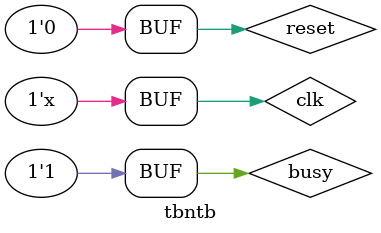
<source format=v>
`timescale 1ns / 1ps


module tbntb;

	// Inputs
	reg clk;
	reg reset;
	reg busy;

	// Outputs
	wire nt;
	wire [2:0] xo;
	wire [2:0] yo;

	// Instantiate the Unit Under Test (UUT)
	test_bench_remodule uut (
		.clk(clk), 
		.reset(reset), 
		.busy(busy), 
		.nt(nt), 
		.xo(xo), 
		.yo(yo)
	);
always #10 clk = ~clk;
	initial begin
		// Initialize Inputs
		clk = 0;
		reset = 0;
		busy = 0;
		
		// Wait 100 ns for global reset to finish
		#100;
      reset = 1;
		#10;
		reset = 0;
		#20;
		busy = 1;
		#100;
		busy = 0;
		#20;
		busy = 1;
		#50;
		// Add stimulus here

	end
      
endmodule


</source>
